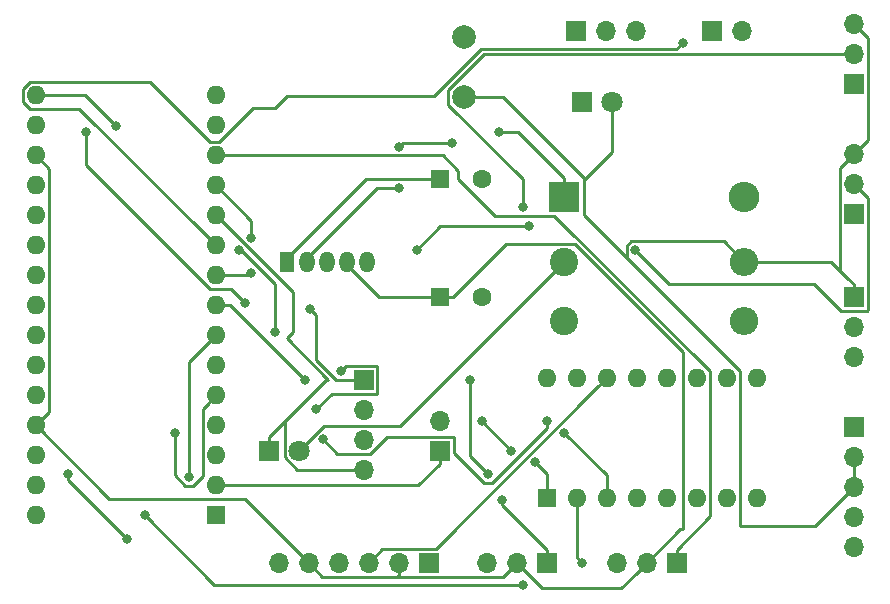
<source format=gbl>
G04 #@! TF.GenerationSoftware,KiCad,Pcbnew,5.1.2-f72e74a~84~ubuntu18.04.1*
G04 #@! TF.CreationDate,2019-07-17T16:29:59+09:00*
G04 #@! TF.ProjectId,OreoMotorController,4f72656f-4d6f-4746-9f72-436f6e74726f,rev?*
G04 #@! TF.SameCoordinates,Original*
G04 #@! TF.FileFunction,Copper,L2,Bot*
G04 #@! TF.FilePolarity,Positive*
%FSLAX46Y46*%
G04 Gerber Fmt 4.6, Leading zero omitted, Abs format (unit mm)*
G04 Created by KiCad (PCBNEW 5.1.2-f72e74a~84~ubuntu18.04.1) date 2019-07-17 16:29:59*
%MOMM*%
%LPD*%
G04 APERTURE LIST*
%ADD10C,1.600000*%
%ADD11R,1.600000X1.600000*%
%ADD12O,1.600000X1.600000*%
%ADD13R,1.800000X1.800000*%
%ADD14C,1.800000*%
%ADD15R,2.600000X2.600000*%
%ADD16O,2.600000X2.600000*%
%ADD17R,1.700000X1.700000*%
%ADD18O,1.700000X1.700000*%
%ADD19C,2.000000*%
%ADD20O,2.400000X2.400000*%
%ADD21C,2.400000*%
%ADD22R,1.275000X1.800000*%
%ADD23O,1.275000X1.800000*%
%ADD24C,0.800000*%
%ADD25C,0.250000*%
G04 APERTURE END LIST*
D10*
X120500000Y-135000000D03*
D11*
X117000000Y-135000000D03*
X98000000Y-163500000D03*
D12*
X82760000Y-130480000D03*
X98000000Y-160960000D03*
X82760000Y-133020000D03*
X98000000Y-158420000D03*
X82760000Y-135560000D03*
X98000000Y-155880000D03*
X82760000Y-138100000D03*
X98000000Y-153340000D03*
X82760000Y-140640000D03*
X98000000Y-150800000D03*
X82760000Y-143180000D03*
X98000000Y-148260000D03*
X82760000Y-145720000D03*
X98000000Y-145720000D03*
X82760000Y-148260000D03*
X98000000Y-143180000D03*
X82760000Y-150800000D03*
X98000000Y-140640000D03*
X82760000Y-153340000D03*
X98000000Y-138100000D03*
X82760000Y-155880000D03*
X98000000Y-135560000D03*
X82760000Y-158420000D03*
X98000000Y-133020000D03*
X82760000Y-160960000D03*
X98000000Y-130480000D03*
X82760000Y-163500000D03*
X98000000Y-127940000D03*
X82760000Y-127940000D03*
D11*
X117000000Y-145000000D03*
D10*
X120500000Y-145000000D03*
D13*
X102500000Y-158000000D03*
D14*
X105040000Y-158000000D03*
D15*
X127500000Y-136500000D03*
D16*
X142740000Y-136500000D03*
D14*
X131500000Y-128500000D03*
D13*
X128960000Y-128500000D03*
D17*
X116000000Y-167500000D03*
D18*
X113460000Y-167500000D03*
X110920000Y-167500000D03*
X108380000Y-167500000D03*
X105840000Y-167500000D03*
X103300000Y-167500000D03*
D17*
X110500000Y-152000000D03*
D18*
X110500000Y-154540000D03*
X110500000Y-157080000D03*
X110500000Y-159620000D03*
D17*
X140000000Y-122500000D03*
D18*
X142540000Y-122500000D03*
X131920000Y-167500000D03*
X134460000Y-167500000D03*
D17*
X137000000Y-167500000D03*
X126000000Y-167500000D03*
D18*
X123460000Y-167500000D03*
X120920000Y-167500000D03*
D17*
X117000000Y-158000000D03*
D18*
X117000000Y-155460000D03*
D17*
X152000000Y-145000000D03*
D18*
X152000000Y-147540000D03*
X152000000Y-150080000D03*
D17*
X152000000Y-156035001D03*
D18*
X152000000Y-158575001D03*
X152000000Y-161115001D03*
X152000000Y-163655001D03*
X152000000Y-166195001D03*
X152000000Y-121920000D03*
X152000000Y-124460000D03*
D17*
X152000000Y-127000000D03*
X152000000Y-138000000D03*
D18*
X152000000Y-135460000D03*
X152000000Y-132920000D03*
D19*
X119000000Y-123000000D03*
X119000000Y-128080000D03*
D20*
X142740000Y-142000000D03*
D21*
X127500000Y-142000000D03*
X127500000Y-147000000D03*
D20*
X142740000Y-147000000D03*
D18*
X133580000Y-122500000D03*
X131040000Y-122500000D03*
D17*
X128500000Y-122500000D03*
D11*
X126000000Y-162000000D03*
D12*
X143780000Y-151840000D03*
X128540000Y-162000000D03*
X141240000Y-151840000D03*
X131080000Y-162000000D03*
X138700000Y-151840000D03*
X133620000Y-162000000D03*
X136160000Y-151840000D03*
X136160000Y-162000000D03*
X133620000Y-151840000D03*
X138700000Y-162000000D03*
X131080000Y-151840000D03*
X141240000Y-162000000D03*
X128540000Y-151840000D03*
X143780000Y-162000000D03*
X126000000Y-151840000D03*
D22*
X104000000Y-142000000D03*
D23*
X105700000Y-142000000D03*
X107400000Y-142000000D03*
X109100000Y-142000000D03*
X110800000Y-142000000D03*
D24*
X90500000Y-165500000D03*
X85500000Y-160000000D03*
X94500000Y-156500000D03*
X127500000Y-156500000D03*
X126000000Y-155500000D03*
X107032653Y-157032653D03*
X106500000Y-154500000D03*
X108548093Y-151275000D03*
X95739847Y-160239847D03*
X92000000Y-163500000D03*
X124000000Y-169375000D03*
X129000000Y-167500000D03*
X105500000Y-152000000D03*
X120500000Y-155500000D03*
X123000000Y-158000000D03*
X125000000Y-159000000D03*
X101000000Y-143000000D03*
X115000000Y-141000000D03*
X124500000Y-139000000D03*
X124000000Y-137400001D03*
X133500000Y-141000000D03*
X137500000Y-123500000D03*
X106000000Y-146000000D03*
X100500000Y-145500000D03*
X87000000Y-131000000D03*
X89500000Y-130500000D03*
X122217347Y-162217347D03*
X121000000Y-160000000D03*
X119500000Y-152000000D03*
X103000000Y-148000000D03*
X99937347Y-141062653D03*
X101000000Y-140000000D03*
X122000000Y-131000000D03*
X118000000Y-132000000D03*
X113500000Y-132295000D03*
X113500000Y-135799989D03*
D25*
X104000000Y-141737500D02*
X104000000Y-142000000D01*
X110737500Y-135000000D02*
X104000000Y-141737500D01*
X117000000Y-135000000D02*
X110737500Y-135000000D01*
X99131370Y-160960000D02*
X98000000Y-160960000D01*
X115140000Y-160960000D02*
X99131370Y-160960000D01*
X117000000Y-159100000D02*
X115140000Y-160960000D01*
X117000000Y-158000000D02*
X117000000Y-159100000D01*
X132310010Y-169649990D02*
X133610001Y-168349999D01*
X133610001Y-168349999D02*
X134460000Y-167500000D01*
X125609990Y-169649990D02*
X132310010Y-169649990D01*
X123460000Y-167500000D02*
X125609990Y-169649990D01*
X122575001Y-140474999D02*
X118050000Y-145000000D01*
X137574999Y-149686407D02*
X128363591Y-140474999D01*
X118050000Y-145000000D02*
X117000000Y-145000000D01*
X128363591Y-140474999D02*
X122575001Y-140474999D01*
X137574999Y-164639999D02*
X137574999Y-149686407D01*
X142365001Y-151299999D02*
X142365001Y-164420001D01*
X122265002Y-128080000D02*
X129125001Y-134939999D01*
X119000000Y-128080000D02*
X122265002Y-128080000D01*
X100425001Y-162085001D02*
X104990001Y-166650001D01*
X88965001Y-162085001D02*
X100425001Y-162085001D01*
X104990001Y-166650001D02*
X105840000Y-167500000D01*
X82760000Y-155880000D02*
X88965001Y-162085001D01*
X83559999Y-155080001D02*
X82760000Y-155880000D01*
X83885001Y-154754999D02*
X83559999Y-155080001D01*
X83885001Y-134145001D02*
X83885001Y-154754999D01*
X82760000Y-133020000D02*
X83885001Y-134145001D01*
X122610001Y-168349999D02*
X123460000Y-167500000D01*
X122284999Y-168675001D02*
X122610001Y-168349999D01*
X105840000Y-167500000D02*
X107015001Y-168675001D01*
X113460000Y-168540000D02*
X113324999Y-168675001D01*
X113460000Y-167500000D02*
X113460000Y-168540000D01*
X107015001Y-168675001D02*
X113324999Y-168675001D01*
X113324999Y-168675001D02*
X122284999Y-168675001D01*
X152849999Y-132070001D02*
X152000000Y-132920000D01*
X153175001Y-131744999D02*
X152849999Y-132070001D01*
X153175001Y-123095001D02*
X153175001Y-131744999D01*
X152000000Y-121920000D02*
X153175001Y-123095001D01*
X152000000Y-143900000D02*
X152000000Y-145000000D01*
X150824999Y-134095001D02*
X150824999Y-142724999D01*
X152000000Y-132920000D02*
X150824999Y-134095001D01*
X150100000Y-142000000D02*
X151550000Y-143450000D01*
X142740000Y-142000000D02*
X150100000Y-142000000D01*
X150824999Y-142724999D02*
X151550000Y-143450000D01*
X151550000Y-143450000D02*
X152000000Y-143900000D01*
X132774999Y-141709997D02*
X139532501Y-148467499D01*
X132774999Y-140651999D02*
X132774999Y-141709997D01*
X133151999Y-140274999D02*
X132774999Y-140651999D01*
X141014999Y-140274999D02*
X133151999Y-140274999D01*
X142740000Y-142000000D02*
X141014999Y-140274999D01*
X139532501Y-148467499D02*
X142365001Y-151299999D01*
X129125001Y-138059999D02*
X139532501Y-148467499D01*
X148695000Y-164420001D02*
X152000000Y-161115001D01*
X142365001Y-164420001D02*
X148695000Y-164420001D01*
X152000000Y-161115001D02*
X152000000Y-158575001D01*
X131500000Y-132750002D02*
X129125001Y-135125001D01*
X129125001Y-134939999D02*
X129125001Y-135125001D01*
X131500000Y-128500000D02*
X131500000Y-132750002D01*
X129125001Y-135125001D02*
X129125001Y-138059999D01*
X137320001Y-164639999D02*
X137574999Y-164639999D01*
X134460000Y-167500000D02*
X137320001Y-164639999D01*
X109100000Y-142262500D02*
X109100000Y-142000000D01*
X111837500Y-145000000D02*
X109100000Y-142262500D01*
X117000000Y-145000000D02*
X111837500Y-145000000D01*
X90500000Y-165500000D02*
X85500000Y-160500000D01*
X85500000Y-160500000D02*
X85500000Y-160000000D01*
X97200001Y-154139999D02*
X98000000Y-153340000D01*
X96874999Y-154465001D02*
X97200001Y-154139999D01*
X96874999Y-160177697D02*
X96874999Y-154465001D01*
X96087848Y-160964848D02*
X96874999Y-160177697D01*
X95391846Y-160964848D02*
X96087848Y-160964848D01*
X94500000Y-160073002D02*
X95391846Y-160964848D01*
X94500000Y-156500000D02*
X94500000Y-160073002D01*
X131080000Y-162000000D02*
X131080000Y-160080000D01*
X131080000Y-160080000D02*
X127500000Y-156500000D01*
X111064001Y-158255001D02*
X108255001Y-158255001D01*
X118110001Y-156824999D02*
X112494003Y-156824999D01*
X126000000Y-156065685D02*
X121340684Y-160725001D01*
X126000000Y-155500000D02*
X126000000Y-156065685D01*
X121340684Y-160725001D02*
X120651999Y-160725001D01*
X120651999Y-160725001D02*
X118175001Y-158248003D01*
X108255001Y-158255001D02*
X107032653Y-157032653D01*
X112494003Y-156824999D02*
X111064001Y-158255001D01*
X118175001Y-158248003D02*
X118175001Y-156889999D01*
X118175001Y-156889999D02*
X118110001Y-156824999D01*
X108998094Y-150824999D02*
X108548093Y-151275000D01*
X107824999Y-153175001D02*
X111610001Y-153175001D01*
X106500000Y-154500000D02*
X107824999Y-153175001D01*
X111610001Y-153175001D02*
X111675001Y-153110001D01*
X111675001Y-153110001D02*
X111675001Y-150889999D01*
X111610001Y-150824999D02*
X108998094Y-150824999D01*
X111675001Y-150889999D02*
X111610001Y-150824999D01*
X98000000Y-148260000D02*
X95739847Y-150520153D01*
X95739847Y-150520153D02*
X95739847Y-160239847D01*
X92000000Y-163500000D02*
X97875000Y-169375000D01*
X97875000Y-169375000D02*
X124000000Y-169375000D01*
X128540000Y-167040000D02*
X128540000Y-162000000D01*
X129000000Y-167500000D02*
X128540000Y-167040000D01*
X98000000Y-145720000D02*
X99220000Y-145720000D01*
X99220000Y-145720000D02*
X105500000Y-152000000D01*
X120500000Y-155500000D02*
X123000000Y-158000000D01*
X126000000Y-160000000D02*
X126000000Y-162000000D01*
X125000000Y-159000000D02*
X126000000Y-160000000D01*
X98000000Y-143180000D02*
X100820000Y-143180000D01*
X100820000Y-143180000D02*
X101000000Y-143000000D01*
X115000000Y-141000000D02*
X117000000Y-139000000D01*
X117000000Y-139000000D02*
X124500000Y-139000000D01*
X120658998Y-124460000D02*
X150797919Y-124460000D01*
X150797919Y-124460000D02*
X152000000Y-124460000D01*
X117674999Y-127443999D02*
X120658998Y-124460000D01*
X117674999Y-128716001D02*
X117674999Y-127443999D01*
X124000000Y-135041002D02*
X117674999Y-128716001D01*
X124000000Y-137400001D02*
X124000000Y-135041002D01*
X153175001Y-136635001D02*
X153175001Y-146110001D01*
X136389999Y-143889999D02*
X133500000Y-141000000D01*
X153175001Y-146110001D02*
X153110001Y-146175001D01*
X152000000Y-135460000D02*
X153175001Y-136635001D01*
X153110001Y-146175001D02*
X150889999Y-146175001D01*
X150889999Y-146175001D02*
X148604997Y-143889999D01*
X148604997Y-143889999D02*
X136389999Y-143889999D01*
X97200001Y-139840001D02*
X98000000Y-140640000D01*
X82219999Y-129065001D02*
X86425001Y-129065001D01*
X81634999Y-127399999D02*
X81634999Y-128480001D01*
X86425001Y-129065001D02*
X97200001Y-139840001D01*
X82219999Y-126814999D02*
X81634999Y-127399999D01*
X92379999Y-126814999D02*
X82219999Y-126814999D01*
X98250003Y-131894999D02*
X97459999Y-131894999D01*
X101145002Y-129000000D02*
X98250003Y-131894999D01*
X103000000Y-129000000D02*
X101145002Y-129000000D01*
X97459999Y-131894999D02*
X92379999Y-126814999D01*
X104000000Y-128000000D02*
X103000000Y-129000000D01*
X116482588Y-128000000D02*
X104000000Y-128000000D01*
X81634999Y-128480001D02*
X82219999Y-129065001D01*
X120472598Y-124009990D02*
X116482588Y-128000000D01*
X136990009Y-124009991D02*
X120472598Y-124009990D01*
X137500000Y-123500000D02*
X136990009Y-124009991D01*
X109297919Y-159620000D02*
X110500000Y-159620000D01*
X104846998Y-159620000D02*
X109297919Y-159620000D01*
X103814999Y-158588001D02*
X104846998Y-159620000D01*
X103814999Y-155535001D02*
X103814999Y-158588001D01*
X107350000Y-152000000D02*
X103814999Y-155535001D01*
X102500000Y-156850000D02*
X107350000Y-152000000D01*
X102500000Y-158000000D02*
X102500000Y-156850000D01*
X104500000Y-144600000D02*
X104500000Y-148000000D01*
X98000000Y-138100000D02*
X104500000Y-144600000D01*
X104500000Y-148000000D02*
X104000000Y-148500000D01*
X104000000Y-148500000D02*
X107500000Y-152000000D01*
X108200091Y-152000000D02*
X106500000Y-150299909D01*
X110500000Y-152000000D02*
X108200091Y-152000000D01*
X106500000Y-150299909D02*
X106500000Y-146500000D01*
X106500000Y-146500000D02*
X106000000Y-146000000D01*
X87000000Y-133845002D02*
X87000000Y-131000000D01*
X100500000Y-145500000D02*
X99305001Y-144305001D01*
X97459999Y-144305001D02*
X87000000Y-133845002D01*
X99305001Y-144305001D02*
X97459999Y-144305001D01*
X86940000Y-127940000D02*
X82760000Y-127940000D01*
X89500000Y-130500000D02*
X86940000Y-127940000D01*
X122217347Y-162617347D02*
X122217347Y-162217347D01*
X126000000Y-167500000D02*
X126000000Y-166400000D01*
X126000000Y-166400000D02*
X122217347Y-162617347D01*
X121000000Y-160000000D02*
X119500000Y-158500000D01*
X119500000Y-158500000D02*
X119500000Y-152000000D01*
X100135655Y-141062653D02*
X99937347Y-141062653D01*
X103000000Y-148000000D02*
X103000000Y-143926998D01*
X103000000Y-143926998D02*
X100135655Y-141062653D01*
X101000000Y-138560000D02*
X98000000Y-135560000D01*
X101000000Y-140000000D02*
X101000000Y-138560000D01*
X99131370Y-133020000D02*
X98000000Y-133020000D01*
X118500000Y-134314998D02*
X117205002Y-133020000D01*
X118500000Y-135000000D02*
X118500000Y-134314998D01*
X117205002Y-133020000D02*
X99131370Y-133020000D01*
X121625001Y-138125001D02*
X118500000Y-135000000D01*
X126650003Y-138125001D02*
X121625001Y-138125001D01*
X139825001Y-151299999D02*
X126650003Y-138125001D01*
X139825001Y-163574999D02*
X139825001Y-151299999D01*
X137000000Y-166400000D02*
X139825001Y-163574999D01*
X137000000Y-167500000D02*
X137000000Y-166400000D01*
X105939999Y-157100001D02*
X105040000Y-158000000D01*
X107135001Y-155904999D02*
X105939999Y-157100001D01*
X113595001Y-155904999D02*
X107135001Y-155904999D01*
X127500000Y-142000000D02*
X113595001Y-155904999D01*
X123550000Y-131000000D02*
X122000000Y-131000000D01*
X127500000Y-136500000D02*
X127500000Y-134950000D01*
X127500000Y-134950000D02*
X123550000Y-131000000D01*
X118000000Y-132000000D02*
X113795000Y-132000000D01*
X113795000Y-132000000D02*
X113500000Y-132295000D01*
X105700000Y-141737500D02*
X105700000Y-142000000D01*
X111637511Y-135799989D02*
X105700000Y-141737500D01*
X113500000Y-135799989D02*
X111637511Y-135799989D01*
X116595001Y-166324999D02*
X130280001Y-152639999D01*
X130280001Y-152639999D02*
X131080000Y-151840000D01*
X112095001Y-166324999D02*
X116595001Y-166324999D01*
X110920000Y-167500000D02*
X112095001Y-166324999D01*
M02*

</source>
